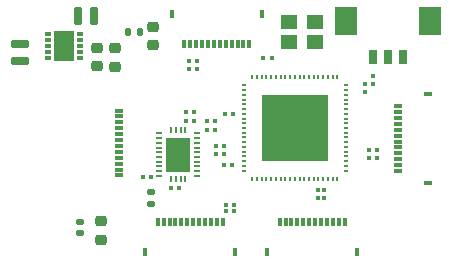
<source format=gbr>
%TF.GenerationSoftware,KiCad,Pcbnew,7.0.6*%
%TF.CreationDate,2024-03-24T10:59:23+08:00*%
%TF.ProjectId,USB3 Hub,55534233-2048-4756-922e-6b696361645f,rev?*%
%TF.SameCoordinates,Original*%
%TF.FileFunction,Paste,Top*%
%TF.FilePolarity,Positive*%
%FSLAX46Y46*%
G04 Gerber Fmt 4.6, Leading zero omitted, Abs format (unit mm)*
G04 Created by KiCad (PCBNEW 7.0.6) date 2024-03-24 10:59:23*
%MOMM*%
%LPD*%
G01*
G04 APERTURE LIST*
G04 Aperture macros list*
%AMRoundRect*
0 Rectangle with rounded corners*
0 $1 Rounding radius*
0 $2 $3 $4 $5 $6 $7 $8 $9 X,Y pos of 4 corners*
0 Add a 4 corners polygon primitive as box body*
4,1,4,$2,$3,$4,$5,$6,$7,$8,$9,$2,$3,0*
0 Add four circle primitives for the rounded corners*
1,1,$1+$1,$2,$3*
1,1,$1+$1,$4,$5*
1,1,$1+$1,$6,$7*
1,1,$1+$1,$8,$9*
0 Add four rect primitives between the rounded corners*
20,1,$1+$1,$2,$3,$4,$5,0*
20,1,$1+$1,$4,$5,$6,$7,0*
20,1,$1+$1,$6,$7,$8,$9,0*
20,1,$1+$1,$8,$9,$2,$3,0*%
G04 Aperture macros list end*
%ADD10RoundRect,0.079500X0.100500X-0.079500X0.100500X0.079500X-0.100500X0.079500X-0.100500X-0.079500X0*%
%ADD11RoundRect,0.079500X0.079500X0.100500X-0.079500X0.100500X-0.079500X-0.100500X0.079500X-0.100500X0*%
%ADD12R,0.300000X0.800000*%
%ADD13R,0.400000X0.800000*%
%ADD14R,1.400000X1.200000*%
%ADD15R,0.550000X0.300000*%
%ADD16R,1.750000X2.600000*%
%ADD17RoundRect,0.079500X-0.079500X-0.100500X0.079500X-0.100500X0.079500X0.100500X-0.079500X0.100500X0*%
%ADD18RoundRect,0.225000X0.250000X-0.225000X0.250000X0.225000X-0.250000X0.225000X-0.250000X-0.225000X0*%
%ADD19R,0.800000X0.300000*%
%ADD20R,0.800000X0.400000*%
%ADD21RoundRect,0.147500X0.172500X-0.147500X0.172500X0.147500X-0.172500X0.147500X-0.172500X-0.147500X0*%
%ADD22RoundRect,0.079500X-0.100500X0.079500X-0.100500X-0.079500X0.100500X-0.079500X0.100500X0.079500X0*%
%ADD23R,0.500000X0.200000*%
%ADD24R,0.200000X0.500000*%
%ADD25R,2.000000X3.000000*%
%ADD26R,0.200000X0.450000*%
%ADD27R,0.450000X0.200000*%
%ADD28R,5.700000X5.700000*%
%ADD29RoundRect,0.100000X-0.200000X-0.700000X0.200000X-0.700000X0.200000X0.700000X-0.200000X0.700000X0*%
%ADD30RoundRect,0.085714X-0.214286X-0.714286X0.214286X-0.714286X0.214286X0.714286X-0.214286X0.714286X0*%
%ADD31R,0.700000X0.300000*%
%ADD32RoundRect,0.225000X-0.250000X0.225000X-0.250000X-0.225000X0.250000X-0.225000X0.250000X0.225000X0*%
%ADD33RoundRect,0.100000X-0.700000X0.200000X-0.700000X-0.200000X0.700000X-0.200000X0.700000X0.200000X0*%
%ADD34RoundRect,0.085714X-0.714286X0.214286X-0.714286X-0.214286X0.714286X-0.214286X0.714286X0.214286X0*%
%ADD35R,0.700000X1.200000*%
%ADD36R,1.900000X2.400000*%
%ADD37RoundRect,0.147500X-0.147500X-0.172500X0.147500X-0.172500X0.147500X0.172500X-0.147500X0.172500X0*%
G04 APERTURE END LIST*
D10*
%TO.C,C10*%
X137950000Y-86340000D03*
X137950000Y-85650000D03*
%TD*%
D11*
%TO.C,C20*%
X141695000Y-98370000D03*
X141005000Y-98370000D03*
%TD*%
D12*
%TO.C,J5*%
X135260000Y-99310000D03*
X135760000Y-99310000D03*
X136260000Y-99310000D03*
X136760000Y-99310000D03*
X137260000Y-99310000D03*
X137760000Y-99310000D03*
X138260000Y-99310000D03*
X138760000Y-99310000D03*
X139260000Y-99310000D03*
X139760000Y-99310000D03*
X140260000Y-99310000D03*
X140760000Y-99310000D03*
D13*
X134210000Y-101810000D03*
X141810000Y-101810000D03*
%TD*%
D14*
%TO.C,Y1*%
X148540000Y-82330000D03*
X146340000Y-82330000D03*
X146340000Y-84030000D03*
X148540000Y-84030000D03*
%TD*%
D11*
%TO.C,R9*%
X140145000Y-91500000D03*
X139455000Y-91500000D03*
%TD*%
%TO.C,C33*%
X141645000Y-90150000D03*
X140955000Y-90150000D03*
%TD*%
D15*
%TO.C,U3*%
X128690000Y-85390000D03*
X128690000Y-84890000D03*
X128690000Y-84390000D03*
X128690000Y-83890000D03*
X128690000Y-83390000D03*
X125990000Y-83390000D03*
X125990000Y-83890000D03*
X125990000Y-84390000D03*
X125990000Y-84890000D03*
X125990000Y-85390000D03*
D16*
X127340000Y-84390000D03*
%TD*%
D17*
%TO.C,C8*%
X140175000Y-93490000D03*
X140865000Y-93490000D03*
%TD*%
D10*
%TO.C,C9*%
X138600000Y-86345000D03*
X138600000Y-85655000D03*
%TD*%
%TO.C,C13*%
X153860000Y-93855000D03*
X153860000Y-93165000D03*
%TD*%
D18*
%TO.C,C1*%
X130130000Y-86085000D03*
X130130000Y-84535000D03*
%TD*%
D11*
%TO.C,C19*%
X141695000Y-97820000D03*
X141005000Y-97820000D03*
%TD*%
%TO.C,C36*%
X141555000Y-94440000D03*
X140865000Y-94440000D03*
%TD*%
D19*
%TO.C,J3*%
X155630000Y-94960000D03*
X155630000Y-94460000D03*
X155630000Y-93960000D03*
X155630000Y-93460000D03*
X155630000Y-92960000D03*
X155630000Y-92460000D03*
X155630000Y-91960000D03*
X155630000Y-91460000D03*
X155630000Y-90960000D03*
X155630000Y-90460000D03*
X155630000Y-89960000D03*
X155630000Y-89460000D03*
D20*
X158130000Y-96010000D03*
X158130000Y-88410000D03*
%TD*%
D11*
%TO.C,R7*%
X138335000Y-90730000D03*
X137645000Y-90730000D03*
%TD*%
D10*
%TO.C,C14*%
X153150000Y-93845000D03*
X153150000Y-93155000D03*
%TD*%
D11*
%TO.C,C7*%
X140865000Y-92830000D03*
X140175000Y-92830000D03*
%TD*%
%TO.C,R10*%
X144905000Y-85420000D03*
X144215000Y-85420000D03*
%TD*%
D17*
%TO.C,C46*%
X137645000Y-89980000D03*
X138335000Y-89980000D03*
%TD*%
D21*
%TO.C,D12*%
X134730000Y-97705000D03*
X134730000Y-96735000D03*
%TD*%
D22*
%TO.C,R25*%
X153510000Y-86925000D03*
X153510000Y-87615000D03*
%TD*%
D23*
%TO.C,U1*%
X135400000Y-91770000D03*
X135400000Y-92170000D03*
X135400000Y-92570000D03*
X135400000Y-92970000D03*
X135400000Y-93370000D03*
X135400000Y-93770000D03*
X135400000Y-94170000D03*
X135400000Y-94570000D03*
X135400000Y-94970000D03*
X135400000Y-95370000D03*
D24*
X136400000Y-95670000D03*
X136800000Y-95670000D03*
X137200000Y-95670000D03*
X137600000Y-95670000D03*
D23*
X138600000Y-95370000D03*
X138600000Y-94970000D03*
X138600000Y-94570000D03*
X138600000Y-94170000D03*
X138600000Y-93770000D03*
X138600000Y-93370000D03*
X138600000Y-92970000D03*
X138600000Y-92570000D03*
X138600000Y-92170000D03*
X138600000Y-91770000D03*
D24*
X137600000Y-91470000D03*
X137200000Y-91470000D03*
X136800000Y-91470000D03*
X136400000Y-91470000D03*
D25*
X137000000Y-93570000D03*
%TD*%
D17*
%TO.C,R6*%
X136385000Y-96400000D03*
X137075000Y-96400000D03*
%TD*%
D26*
%TO.C,U2*%
X143270000Y-95635000D03*
X143670000Y-95635000D03*
X144070000Y-95635000D03*
X144470000Y-95635000D03*
X144870000Y-95635000D03*
X145270000Y-95635000D03*
X145670000Y-95635000D03*
X146070000Y-95635000D03*
X146470000Y-95635000D03*
X146870000Y-95635000D03*
X147270000Y-95635000D03*
X147670000Y-95635000D03*
X148070000Y-95635000D03*
X148470000Y-95635000D03*
X148870000Y-95635000D03*
X149270000Y-95635000D03*
X149670000Y-95635000D03*
X150070000Y-95635000D03*
X150470000Y-95635000D03*
D27*
X151195000Y-94910000D03*
X151195000Y-94510000D03*
X151195000Y-94110000D03*
X151195000Y-93710000D03*
X151195000Y-93310000D03*
X151195000Y-92910000D03*
X151195000Y-92510000D03*
X151195000Y-92110000D03*
X151195000Y-91710000D03*
X151195000Y-91310000D03*
X151195000Y-90910000D03*
X151195000Y-90510000D03*
X151195000Y-90110000D03*
X151195000Y-89710000D03*
X151195000Y-89310000D03*
X151195000Y-88910000D03*
X151195000Y-88510000D03*
X151195000Y-88110000D03*
X151195000Y-87710000D03*
D26*
X150470000Y-86985000D03*
X150070000Y-86985000D03*
X149670000Y-86985000D03*
X149270000Y-86985000D03*
X148870000Y-86985000D03*
X148470000Y-86985000D03*
X148070000Y-86985000D03*
X147670000Y-86985000D03*
X147270000Y-86985000D03*
X146870000Y-86985000D03*
X146470000Y-86985000D03*
X146070000Y-86985000D03*
X145670000Y-86985000D03*
X145270000Y-86985000D03*
X144870000Y-86985000D03*
X144470000Y-86985000D03*
X144070000Y-86985000D03*
X143670000Y-86985000D03*
X143270000Y-86985000D03*
D27*
X142545000Y-87710000D03*
X142545000Y-88110000D03*
X142545000Y-88510000D03*
X142545000Y-88910000D03*
X142545000Y-89310000D03*
X142545000Y-89710000D03*
X142545000Y-90110000D03*
X142545000Y-90510000D03*
X142545000Y-90910000D03*
X142545000Y-91310000D03*
X142545000Y-91710000D03*
X142545000Y-92110000D03*
X142545000Y-92510000D03*
X142545000Y-92910000D03*
X142545000Y-93310000D03*
X142545000Y-93710000D03*
X142545000Y-94110000D03*
X142545000Y-94510000D03*
X142545000Y-94910000D03*
D28*
X146870000Y-91310000D03*
%TD*%
D29*
%TO.C,L2*%
X128500000Y-81790000D03*
D30*
X129900000Y-81790000D03*
%TD*%
D31*
%TO.C,J1*%
X132000000Y-89830000D03*
X132000000Y-90330000D03*
X132000000Y-90830000D03*
X132000000Y-91330000D03*
X132000000Y-91830000D03*
X132000000Y-92330000D03*
X132000000Y-92830000D03*
X132000000Y-93330000D03*
X132000000Y-93830000D03*
X132000000Y-94330000D03*
X132000000Y-94830000D03*
X132000000Y-95330000D03*
%TD*%
D11*
%TO.C,R8*%
X140145000Y-90740000D03*
X139455000Y-90740000D03*
%TD*%
D21*
%TO.C,L4*%
X128720000Y-100215000D03*
X128720000Y-99245000D03*
%TD*%
D32*
%TO.C,C32*%
X134900000Y-82765000D03*
X134900000Y-84315000D03*
%TD*%
D33*
%TO.C,L1*%
X123620000Y-84240000D03*
D34*
X123620000Y-85640000D03*
%TD*%
D35*
%TO.C,J6*%
X156015000Y-85280000D03*
X154765000Y-85280000D03*
D36*
X158340000Y-82240000D03*
D35*
X153515000Y-85280000D03*
D36*
X151190000Y-82240000D03*
%TD*%
D37*
%TO.C,D1*%
X132785000Y-83190000D03*
X133755000Y-83190000D03*
%TD*%
D22*
%TO.C,C17*%
X149350000Y-96525000D03*
X149350000Y-97215000D03*
%TD*%
D12*
%TO.C,J4*%
X145580000Y-99290000D03*
X146080000Y-99290000D03*
X146580000Y-99290000D03*
X147080000Y-99290000D03*
X147580000Y-99290000D03*
X148080000Y-99290000D03*
X148580000Y-99290000D03*
X149080000Y-99290000D03*
X149580000Y-99290000D03*
X150080000Y-99290000D03*
X150580000Y-99290000D03*
X151080000Y-99290000D03*
D13*
X144530000Y-101790000D03*
X152130000Y-101790000D03*
%TD*%
D17*
%TO.C,R5*%
X134015000Y-95490000D03*
X134705000Y-95490000D03*
%TD*%
D22*
%TO.C,C16*%
X148790000Y-96525000D03*
X148790000Y-97215000D03*
%TD*%
D18*
%TO.C,C2*%
X131610000Y-86105000D03*
X131610000Y-84555000D03*
%TD*%
D10*
%TO.C,C51*%
X152780000Y-88285000D03*
X152780000Y-87595000D03*
%TD*%
D32*
%TO.C,C43*%
X130500000Y-99205000D03*
X130500000Y-100755000D03*
%TD*%
D12*
%TO.C,J2*%
X143020000Y-84160000D03*
X142520000Y-84160000D03*
X142020000Y-84160000D03*
X141520000Y-84160000D03*
X141020000Y-84160000D03*
X140520000Y-84160000D03*
X140020000Y-84160000D03*
X139520000Y-84160000D03*
X139020000Y-84160000D03*
X138520000Y-84160000D03*
X138020000Y-84160000D03*
X137520000Y-84160000D03*
D13*
X144070000Y-81660000D03*
X136470000Y-81660000D03*
%TD*%
M02*

</source>
